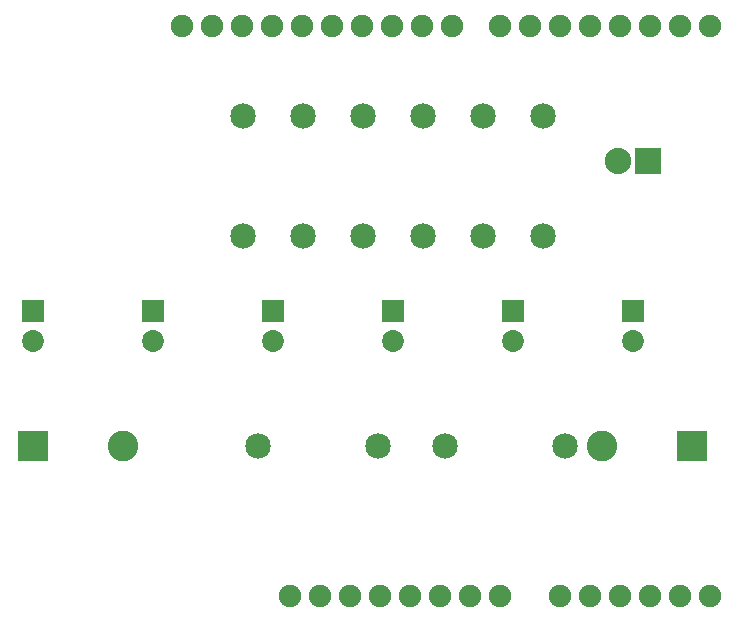
<source format=gts>
G04 MADE WITH FRITZING*
G04 WWW.FRITZING.ORG*
G04 DOUBLE SIDED*
G04 HOLES PLATED*
G04 CONTOUR ON CENTER OF CONTOUR VECTOR*
%FSLAX26Y26*%
%MOIN*%
%ADD10C,0.075278*%
%ADD11C,0.088000*%
%ADD12C,0.072992*%
%ADD13C,0.085000*%
%ADD14C,0.102000*%
%ADD15R,0.088000X0.088000*%
%ADD16R,0.072992X0.072992*%
%ADD17R,0.102000X0.102000*%
G04 MASK1*
%FSLAX26Y26*%
%MOIN*%
D10*
X2115760Y104180D03*
X2215740Y104180D03*
X2315780Y104180D03*
X2415770Y104180D03*
X2515770Y104180D03*
X1655740Y2004182D03*
X1555770Y2004182D03*
X1455760Y2004182D03*
X1355760Y2004182D03*
X1255760Y2004182D03*
X1155760Y2004182D03*
X1055760Y2004182D03*
X955755Y2004182D03*
X855755Y2004182D03*
X755741Y2004182D03*
X2515770Y2004182D03*
X2415770Y2004182D03*
X2315780Y2004182D03*
X2215740Y2004182D03*
X2115760Y2004182D03*
X2015770Y2004182D03*
X1915770Y2004182D03*
X1815760Y2004182D03*
X1215760Y104180D03*
X1115760Y104180D03*
X1315760Y104180D03*
X1415770Y104180D03*
X1515770Y104180D03*
X1615760Y104180D03*
X1715740Y104180D03*
X1815760Y104180D03*
X2015770Y104180D03*
D11*
X2308660Y1554182D03*
X2208660Y1554182D03*
D12*
X2258660Y1052620D03*
X2258660Y954190D03*
X1858660Y1052620D03*
X1858660Y954190D03*
X1458660Y1052620D03*
X1458660Y954190D03*
X1058660Y1052620D03*
X1058660Y954190D03*
X658656Y1052620D03*
X658656Y954190D03*
X258656Y1052620D03*
X258656Y954190D03*
D13*
X1958660Y1704182D03*
X1958660Y1304182D03*
X1758660Y1704182D03*
X1758660Y1304182D03*
X1558660Y1704182D03*
X1558660Y1304182D03*
X1358660Y1704182D03*
X1358660Y1304182D03*
X1158660Y1704182D03*
X1158660Y1304182D03*
X958660Y1704182D03*
X958660Y1304182D03*
X1630760Y604180D03*
X2030760Y604180D03*
X1408660Y604180D03*
X1008660Y604180D03*
D14*
X2455760Y604180D03*
X2155760Y604180D03*
X258656Y604180D03*
X558656Y604180D03*
D15*
X2308660Y1554182D03*
D16*
X2258662Y1052618D03*
X1858662Y1052618D03*
X1458662Y1052618D03*
X1058662Y1052618D03*
X658656Y1052618D03*
X258656Y1052618D03*
D17*
X2455760Y604180D03*
X258656Y604180D03*
G04 End of Mask1*
M02*
</source>
